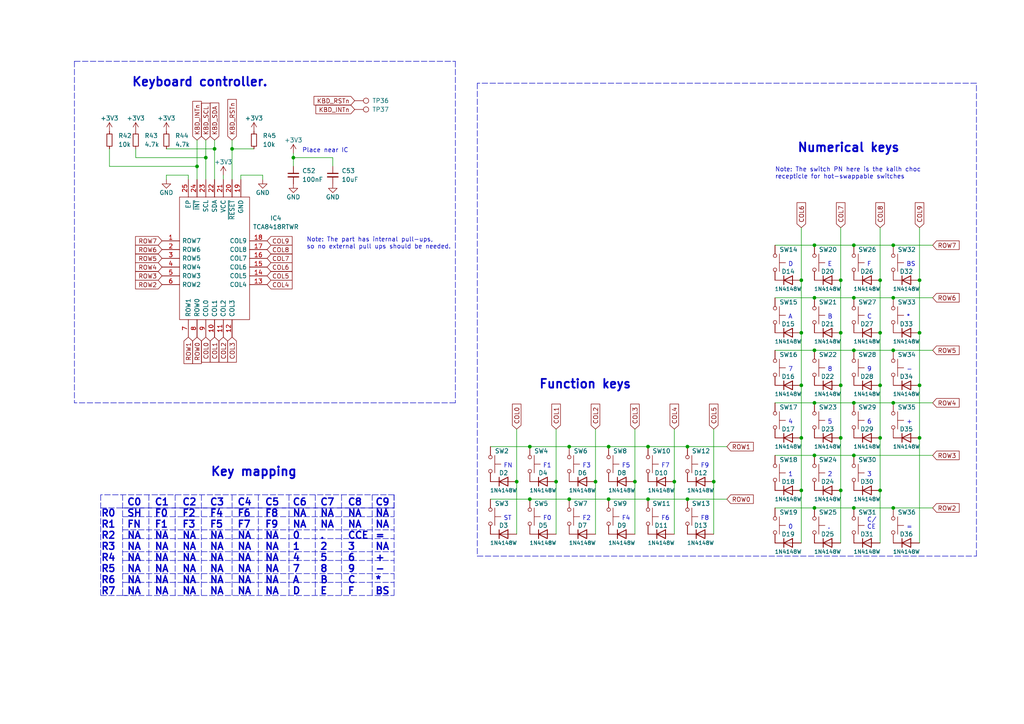
<source format=kicad_sch>
(kicad_sch (version 20211123) (generator eeschema)
  (paper "A4")
  (lib_symbols
    (symbol "Connector:TestPoint" (pin_numbers hide) (pin_names (offset 0.762) hide)
      (property "Reference" "TP" (at 0 6.858 0))
      (property "Value" "TestPoint" (at 0 5.08 0))
      (symbol "TestPoint_0_1"
        (circle (center 0 3.302) (radius 0.762))
      )
      (symbol "TestPoint_1_1"
        (pin passive line (at 0 0 90) (length 2.54) (name "1") (number "1"))
      )
    )
    (symbol "Device:C_Small" (pin_numbers hide) (pin_names (offset 0.254) hide)
      (property "Reference" "C" (at 0.254 1.778 0))
      (property "Value" "C_Small" (at 0.254 -2.032 0))
      (symbol "C_Small_0_1"
        (polyline (pts (xy -1.524 -0.508) (xy 1.524 -0.508)) (stroke (width 0.3302)))
        (polyline (pts (xy -1.524 0.508) (xy 1.524 0.508)) (stroke (width 0.3048)))
      )
      (symbol "C_Small_1_1"
        (pin passive line (at 0 2.54 270) (length 2.032) (name "~") (number "1"))
        (pin passive line (at 0 -2.54 90) (length 2.032) (name "~") (number "2"))
      )
    )
    (symbol "Device:R_Small" (pin_numbers hide) (pin_names (offset 0.254) hide)
      (property "Reference" "R" (at 0.762 0.508 0))
      (property "Value" "R_Small" (at 0.762 -1.016 0))
      (symbol "R_Small_0_1"
        (rectangle (start -0.762 1.778) (end 0.762 -1.778) (stroke (width 0.2032)))
      )
      (symbol "R_Small_1_1"
        (pin passive line (at 0 2.54 270) (length 0.762) (name "~") (number "1"))
        (pin passive line (at 0 -2.54 90) (length 0.762) (name "~") (number "2"))
      )
    )
    (symbol "Diode:1N4148W" (pin_numbers hide) (pin_names (offset 1.016) hide)
      (property "Reference" "D" (at 0 2.54 0))
      (property "Value" "1N4148W" (at 0 -2.54 0))
      (symbol "1N4148W_0_1"
        (polyline (pts (xy -1.27 1.27) (xy -1.27 -1.27)) (stroke (width 0.254)))
        (polyline (pts (xy 1.27 0) (xy -1.27 0)))
        (polyline (pts (xy 1.27 1.27) (xy 1.27 -1.27) (xy -1.27 0) (xy 1.27 1.27)) (stroke (width 0.254)))
      )
      (symbol "1N4148W_1_1"
        (pin passive line (at -3.81 0 0) (length 2.54) (name "K") (number "1"))
        (pin passive line (at 3.81 0 180) (length 2.54) (name "A") (number "2"))
      )
    )
    (symbol "SamacSys_Parts:TCA8418RTWR" (pin_names (offset 0.762))
      (property "Reference" "IC" (at 26.67 17.78 0))
      (property "Value" "TCA8418RTWR" (at 26.67 15.24 0))
      (symbol "TCA8418RTWR_0_0"
        (pin passive line (at 0 0 0) (length 5.08) (name "ROW7") (number "1"))
        (pin passive line (at 15.24 -27.94 90) (length 5.08) (name "COL1") (number "10"))
        (pin passive line (at 17.78 -27.94 90) (length 5.08) (name "COL2") (number "11"))
        (pin passive line (at 20.32 -27.94 90) (length 5.08) (name "COL3") (number "12"))
        (pin passive line (at 30.48 -12.7 180) (length 5.08) (name "COL4") (number "13"))
        (pin passive line (at 30.48 -10.16 180) (length 5.08) (name "COL5") (number "14"))
        (pin passive line (at 30.48 -7.62 180) (length 5.08) (name "COL6") (number "15"))
        (pin passive line (at 30.48 -5.08 180) (length 5.08) (name "COL7") (number "16"))
        (pin passive line (at 30.48 -2.54 180) (length 5.08) (name "COL8") (number "17"))
        (pin passive line (at 30.48 0 180) (length 5.08) (name "COL9") (number "18"))
        (pin passive line (at 22.86 17.78 270) (length 5.08) (name "GND") (number "19"))
        (pin passive line (at 0 -2.54 0) (length 5.08) (name "ROW6") (number "2"))
        (pin passive line (at 20.32 17.78 270) (length 5.08) (name "~{RESET}") (number "20"))
        (pin passive line (at 17.78 17.78 270) (length 5.08) (name "VCC") (number "21"))
        (pin passive line (at 15.24 17.78 270) (length 5.08) (name "SDA") (number "22"))
        (pin passive line (at 12.7 17.78 270) (length 5.08) (name "SCL") (number "23"))
        (pin passive line (at 10.16 17.78 270) (length 5.08) (name "~{INT}") (number "24"))
        (pin passive line (at 7.62 17.78 270) (length 5.08) (name "EP") (number "25"))
        (pin passive line (at 0 -5.08 0) (length 5.08) (name "ROW5") (number "3"))
        (pin passive line (at 0 -7.62 0) (length 5.08) (name "ROW4") (number "4"))
        (pin passive line (at 0 -10.16 0) (length 5.08) (name "ROW3") (number "5"))
        (pin passive line (at 0 -12.7 0) (length 5.08) (name "ROW2") (number "6"))
        (pin passive line (at 7.62 -27.94 90) (length 5.08) (name "ROW1") (number "7"))
        (pin passive line (at 10.16 -27.94 90) (length 5.08) (name "ROW0") (number "8"))
        (pin passive line (at 12.7 -27.94 90) (length 5.08) (name "COL0") (number "9"))
      )
      (symbol "TCA8418RTWR_0_1"
        (polyline (pts (xy 5.08 12.7) (xy 25.4 12.7) (xy 25.4 -22.86) (xy 5.08 -22.86) (xy 5.08 12.7)) (stroke (width 0.1524)))
      )
    )
    (symbol "Switch:SW_Push" (pin_numbers hide) (pin_names (offset 1.016) hide)
      (property "Reference" "SW" (at 1.27 2.54 0))
      (property "Value" "SW_Push" (at 0 -1.524 0))
      (symbol "SW_Push_0_1"
        (circle (center -2.032 0) (radius 0.508))
        (polyline (pts (xy 0 1.27) (xy 0 3.048)))
        (polyline (pts (xy 2.54 1.27) (xy -2.54 1.27)))
        (circle (center 2.032 0) (radius 0.508))
        (pin passive line (at -5.08 0 0) (length 2.54) (name "1") (number "1"))
        (pin passive line (at 5.08 0 180) (length 2.54) (name "2") (number "2"))
      )
    )
    (symbol "power:+3V3" (power) (pin_names (offset 0))
      (property "Value" "+3V3" (at 0 3.556 0))
      (symbol "+3V3_0_1"
        (polyline (pts (xy -0.762 1.27) (xy 0 2.54)))
        (polyline (pts (xy 0 0) (xy 0 2.54)))
        (polyline (pts (xy 0 2.54) (xy 0.762 1.27)))
      )
      (symbol "+3V3_1_1"
        (pin power_in line (at 0 0 90) (length 0) hide (name "+3V3") (number "1"))
      )
    )
    (symbol "power:GND" (power) (pin_names (offset 0))
      (property "Value" "GND" (at 0 -3.81 0))
      (symbol "GND_0_1"
        (polyline (pts (xy 0 0) (xy 0 -1.27) (xy 1.27 -1.27) (xy 0 -2.54) (xy -1.27 -1.27) (xy 0 -1.27)))
      )
      (symbol "GND_1_1"
        (pin power_in line (at 0 0 270) (length 0) hide (name "GND") (number "1"))
      )
    )
  )
  (junction (at 176.53 129.54))
  (junction (at 195.58 139.7))
  (junction (at 207.01 139.7))
  (junction (at 266.7 81.28))
  (junction (at 187.96 129.54))
  (junction (at 199.39 129.54))
  (junction (at 255.27 142.24))
  (junction (at 62.23 43.18))
  (junction (at 184.15 139.7))
  (junction (at 247.65 116.84))
  (junction (at 259.08 101.6))
  (junction (at 236.22 147.32))
  (junction (at 232.41 142.24))
  (junction (at 243.84 81.28))
  (junction (at 232.41 111.76))
  (junction (at 259.08 147.32))
  (junction (at 172.72 139.7))
  (junction (at 266.7 96.52))
  (junction (at 232.41 96.52))
  (junction (at 255.27 111.76))
  (junction (at 255.27 127))
  (junction (at 247.65 132.08))
  (junction (at 153.67 144.78))
  (junction (at 236.22 116.84))
  (junction (at 255.27 81.28))
  (junction (at 67.31 43.18))
  (junction (at 243.84 142.24))
  (junction (at 243.84 111.76))
  (junction (at 149.86 139.7))
  (junction (at 199.39 144.78))
  (junction (at 266.7 111.76))
  (junction (at 255.27 96.52))
  (junction (at 165.1 129.54))
  (junction (at 259.08 116.84))
  (junction (at 259.08 71.12))
  (junction (at 176.53 144.78))
  (junction (at 165.1 144.78))
  (junction (at 236.22 101.6))
  (junction (at 247.65 86.36))
  (junction (at 57.15 48.26))
  (junction (at 236.22 86.36))
  (junction (at 247.65 71.12))
  (junction (at 232.41 127))
  (junction (at 247.65 101.6))
  (junction (at 266.7 127))
  (junction (at 85.09 45.72))
  (junction (at 161.29 139.7))
  (junction (at 243.84 127))
  (junction (at 236.22 132.08))
  (junction (at 187.96 144.78))
  (junction (at 243.84 96.52))
  (junction (at 232.41 81.28))
  (junction (at 236.22 71.12))
  (junction (at 153.67 129.54))
  (junction (at 259.08 86.36))
  (junction (at 247.65 147.32))
  (junction (at 59.69 45.72))
  (wire (pts (xy 195.58 124.46) (xy 195.58 139.7)))
  (wire (pts (xy 149.86 139.7) (xy 149.86 154.94)))
  (wire (pts (xy 48.26 52.07) (xy 48.26 50.8)))
  (wire (pts (xy 232.41 81.28) (xy 232.41 96.52)))
  (wire (pts (xy 59.69 45.72) (xy 39.37 45.72)))
  (wire (pts (xy 255.27 142.24) (xy 255.27 157.48)))
  (polyline (pts (xy 132.08 17.78) (xy 132.08 116.84)))
  (wire (pts (xy 62.23 52.07) (xy 62.23 43.18)))
  (wire (pts (xy 142.24 144.78) (xy 153.67 144.78)))
  (wire (pts (xy 48.26 50.8) (xy 54.61 50.8)))
  (polyline (pts (xy 43.18 143.51) (xy 43.18 172.72)))
  (wire (pts (xy 76.2 52.07) (xy 76.2 50.8)))
  (polyline (pts (xy 35.56 149.86) (xy 114.3 149.86)))
  (wire (pts (xy 232.41 96.52) (xy 232.41 111.76)))
  (wire (pts (xy 59.69 40.64) (xy 59.69 45.72)))
  (wire (pts (xy 153.67 144.78) (xy 165.1 144.78)))
  (polyline (pts (xy 74.93 143.51) (xy 74.93 172.72)))
  (polyline (pts (xy 67.31 143.51) (xy 67.31 172.72)))
  (wire (pts (xy 199.39 129.54) (xy 210.82 129.54)))
  (polyline (pts (xy 107.95 143.51) (xy 107.95 172.72)))
  (wire (pts (xy 69.85 52.07) (xy 69.85 50.8)))
  (polyline (pts (xy 91.44 143.51) (xy 91.44 172.72)))
  (polyline (pts (xy 99.06 143.51) (xy 99.06 172.72)))
  (polyline (pts (xy 114.3 147.32) (xy 114.3 143.51)))
  (wire (pts (xy 243.84 66.04) (xy 243.84 81.28)))
  (wire (pts (xy 243.84 96.52) (xy 243.84 111.76)))
  (wire (pts (xy 187.96 144.78) (xy 199.39 144.78)))
  (wire (pts (xy 266.7 66.04) (xy 266.7 81.28)))
  (wire (pts (xy 236.22 132.08) (xy 247.65 132.08)))
  (wire (pts (xy 266.7 81.28) (xy 266.7 96.52)))
  (wire (pts (xy 165.1 129.54) (xy 176.53 129.54)))
  (polyline (pts (xy 283.21 24.13) (xy 138.43 24.13)))
  (wire (pts (xy 247.65 101.6) (xy 259.08 101.6)))
  (wire (pts (xy 142.24 129.54) (xy 153.67 129.54)))
  (wire (pts (xy 172.72 124.46) (xy 172.72 139.7)))
  (wire (pts (xy 266.7 96.52) (xy 266.7 111.76)))
  (wire (pts (xy 266.7 127) (xy 266.7 157.48)))
  (wire (pts (xy 149.86 124.46) (xy 149.86 139.7)))
  (wire (pts (xy 247.65 132.08) (xy 270.51 132.08)))
  (wire (pts (xy 176.53 144.78) (xy 187.96 144.78)))
  (wire (pts (xy 247.65 86.36) (xy 259.08 86.36)))
  (wire (pts (xy 67.31 52.07) (xy 67.31 43.18)))
  (wire (pts (xy 207.01 124.46) (xy 207.01 139.7)))
  (wire (pts (xy 247.65 71.12) (xy 259.08 71.12)))
  (polyline (pts (xy 35.56 168.91) (xy 114.3 168.91)))
  (polyline (pts (xy 114.3 143.51) (xy 114.3 172.72)))
  (polyline (pts (xy 29.21 143.51) (xy 29.21 172.72)))
  (wire (pts (xy 259.08 116.84) (xy 270.51 116.84)))
  (polyline (pts (xy 35.56 153.67) (xy 114.3 153.67)))
  (wire (pts (xy 247.65 116.84) (xy 259.08 116.84)))
  (wire (pts (xy 255.27 81.28) (xy 255.27 96.52)))
  (wire (pts (xy 236.22 147.32) (xy 247.65 147.32)))
  (wire (pts (xy 195.58 139.7) (xy 195.58 154.94)))
  (wire (pts (xy 224.79 101.6) (xy 236.22 101.6)))
  (wire (pts (xy 67.31 43.18) (xy 73.66 43.18)))
  (wire (pts (xy 64.77 50.8) (xy 64.77 52.07)))
  (wire (pts (xy 224.79 147.32) (xy 236.22 147.32)))
  (polyline (pts (xy 29.21 172.72) (xy 36.83 172.72)))
  (wire (pts (xy 259.08 147.32) (xy 270.51 147.32)))
  (polyline (pts (xy 83.82 143.51) (xy 83.82 172.72)))
  (wire (pts (xy 236.22 71.12) (xy 247.65 71.12)))
  (wire (pts (xy 224.79 86.36) (xy 236.22 86.36)))
  (wire (pts (xy 39.37 45.72) (xy 39.37 43.18)))
  (wire (pts (xy 85.09 44.45) (xy 85.09 45.72)))
  (wire (pts (xy 161.29 124.46) (xy 161.29 139.7)))
  (wire (pts (xy 176.53 129.54) (xy 187.96 129.54)))
  (wire (pts (xy 165.1 144.78) (xy 176.53 144.78)))
  (wire (pts (xy 232.41 142.24) (xy 232.41 157.48)))
  (wire (pts (xy 153.67 129.54) (xy 165.1 129.54)))
  (wire (pts (xy 224.79 71.12) (xy 236.22 71.12)))
  (wire (pts (xy 232.41 127) (xy 232.41 142.24)))
  (wire (pts (xy 96.52 48.26) (xy 96.52 45.72)))
  (wire (pts (xy 243.84 142.24) (xy 243.84 157.48)))
  (polyline (pts (xy 35.56 156.21) (xy 114.3 156.21)))
  (polyline (pts (xy 21.59 17.78) (xy 21.59 116.84)))
  (wire (pts (xy 259.08 86.36) (xy 270.51 86.36)))
  (polyline (pts (xy 29.21 147.32) (xy 114.3 147.32)))
  (wire (pts (xy 236.22 116.84) (xy 247.65 116.84)))
  (wire (pts (xy 243.84 81.28) (xy 243.84 96.52)))
  (wire (pts (xy 247.65 147.32) (xy 259.08 147.32)))
  (wire (pts (xy 62.23 40.64) (xy 62.23 43.18)))
  (polyline (pts (xy 58.42 143.51) (xy 58.42 172.72)))
  (wire (pts (xy 161.29 139.7) (xy 161.29 154.94)))
  (wire (pts (xy 243.84 127) (xy 243.84 142.24)))
  (wire (pts (xy 57.15 40.64) (xy 57.15 48.26)))
  (wire (pts (xy 172.72 139.7) (xy 172.72 154.94)))
  (wire (pts (xy 224.79 116.84) (xy 236.22 116.84)))
  (wire (pts (xy 255.27 111.76) (xy 255.27 127)))
  (polyline (pts (xy 35.56 147.32) (xy 114.3 147.32)))
  (wire (pts (xy 184.15 124.46) (xy 184.15 139.7)))
  (wire (pts (xy 31.75 48.26) (xy 31.75 43.18)))
  (wire (pts (xy 224.79 132.08) (xy 236.22 132.08)))
  (wire (pts (xy 236.22 86.36) (xy 247.65 86.36)))
  (wire (pts (xy 184.15 139.7) (xy 184.15 154.94)))
  (wire (pts (xy 232.41 111.76) (xy 232.41 127)))
  (wire (pts (xy 207.01 139.7) (xy 207.01 154.94)))
  (polyline (pts (xy 114.3 143.51) (xy 29.21 143.51)))
  (wire (pts (xy 59.69 52.07) (xy 59.69 45.72)))
  (wire (pts (xy 85.09 45.72) (xy 96.52 45.72)))
  (polyline (pts (xy 138.43 24.13) (xy 138.43 161.29)))
  (polyline (pts (xy 21.59 17.78) (xy 132.08 17.78)))
  (wire (pts (xy 57.15 52.07) (xy 57.15 48.26)))
  (wire (pts (xy 76.2 50.8) (xy 69.85 50.8)))
  (polyline (pts (xy 50.8 143.51) (xy 50.8 172.72)))
  (polyline (pts (xy 132.08 116.84) (xy 21.59 116.84)))
  (wire (pts (xy 62.23 43.18) (xy 48.26 43.18)))
  (polyline (pts (xy 35.56 143.51) (xy 35.56 172.72)))
  (wire (pts (xy 259.08 101.6) (xy 270.51 101.6)))
  (polyline (pts (xy 138.43 161.29) (xy 283.21 161.29)))
  (wire (pts (xy 236.22 101.6) (xy 247.65 101.6)))
  (wire (pts (xy 255.27 127) (xy 255.27 142.24)))
  (wire (pts (xy 255.27 66.04) (xy 255.27 81.28)))
  (polyline (pts (xy 35.56 166.37) (xy 114.3 166.37)))
  (wire (pts (xy 243.84 111.76) (xy 243.84 127)))
  (wire (pts (xy 266.7 111.76) (xy 266.7 127)))
  (wire (pts (xy 54.61 50.8) (xy 54.61 52.07)))
  (wire (pts (xy 67.31 40.64) (xy 67.31 43.18)))
  (wire (pts (xy 255.27 96.52) (xy 255.27 111.76)))
  (wire (pts (xy 187.96 129.54) (xy 199.39 129.54)))
  (polyline (pts (xy 283.21 161.29) (xy 283.21 24.13)))
  (wire (pts (xy 199.39 144.78) (xy 210.82 144.78)))
  (wire (pts (xy 232.41 66.04) (xy 232.41 81.28)))
  (polyline (pts (xy 35.56 160.02) (xy 114.3 160.02)))
  (polyline (pts (xy 35.56 162.56) (xy 114.3 162.56)))
  (wire (pts (xy 85.09 45.72) (xy 85.09 48.26)))
  (wire (pts (xy 57.15 48.26) (xy 31.75 48.26)))
  (polyline (pts (xy 35.56 172.72) (xy 114.3 172.72)))
  (wire (pts (xy 259.08 71.12) (xy 270.51 71.12)))
  (text "6" (at 251.46 123.19 0) (effects (font (size 1.27 1.27)) (justify left bottom)))
  (text "F8" (at 203.2 151.13 0) (effects (font (size 1.27 1.27)) (justify left bottom)))
  (text "F6" (at 191.77 151.13 0) (effects (font (size 1.27 1.27)) (justify left bottom)))
  (text "3" (at 251.46 138.43 0) (effects (font (size 1.27 1.27)) (justify left bottom)))
  (text "Note: The part has internal pull-ups, \nso no external pull ups should be needed." (at 88.9 72.39 0) (effects (font (size 1.27 1.27)) (justify left bottom)))
  (text "=" (at 262.89 153.67 0) (effects (font (size 1.27 1.27)) (justify left bottom)))
  (text "	C0	C1	C2	C3	C4	C5	C6	C7	C8	C9\nR0	SH	F0	F2	F4	F6	F8	NA	NA	NA	NA\nR1	FN	F1	F3	F5	F7	F9	NA	NA	NA	NA\nR2	NA	NA	NA	NA	NA	NA	0	.	CCE	=\nR3	NA	NA	NA	NA	NA	NA	1	2	3	NA\nR4	NA	NA	NA	NA	NA	NA	4	5	6	+\nR5	NA	NA	NA	NA	NA	NA	7	8	9	-\nR6	NA	NA	NA	NA	NA	NA	A	B	C	*\nR7	NA	NA	NA	NA	NA	NA	D	E	F	BS\n" (at 29.21 172.72 0) (effects (font (size 2 2) (thickness 0.4) bold) (justify left bottom)))
  (text "C" (at 251.46 92.71 0) (effects (font (size 1.27 1.27)) (justify left bottom)))
  (text "*" (at 262.89 92.71 0) (effects (font (size 1.27 1.27)) (justify left bottom)))
  (text "4" (at 228.6 123.19 0) (effects (font (size 1.27 1.27)) (justify left bottom)))
  (text "Numerical keys" (at 231.14 44.45 0) (effects (font (size 2.54 2.54) (thickness 0.508) bold) (justify left bottom)))
  (text "Key mapping" (at 60.96 138.43 0) (effects (font (size 2.54 2.54) bold) (justify left bottom)))
  (text "+" (at 262.89 123.19 0) (effects (font (size 1.27 1.27)) (justify left bottom)))
  (text "F5" (at 180.34 135.89 0) (effects (font (size 1.27 1.27)) (justify left bottom)))
  (text "F4" (at 180.34 151.13 0) (effects (font (size 1.27 1.27)) (justify left bottom)))
  (text "ST" (at 146.05 151.13 0) (effects (font (size 1.27 1.27)) (justify left bottom)))
  (text "1" (at 228.6 138.43 0) (effects (font (size 1.27 1.27)) (justify left bottom)))
  (text "7" (at 228.6 107.95 0) (effects (font (size 1.27 1.27)) (justify left bottom)))
  (text "F0" (at 157.48 151.13 0) (effects (font (size 1.27 1.27)) (justify left bottom)))
  (text "Keyboard controller. " (at 38.1 25.4 0) (effects (font (size 2.54 2.54) (thickness 0.508) bold) (justify left bottom)))
  (text "F9" (at 203.2 135.89 0) (effects (font (size 1.27 1.27)) (justify left bottom)))
  (text "-" (at 262.89 107.95 0) (effects (font (size 1.27 1.27)) (justify left bottom)))
  (text "8" (at 240.03 107.95 0) (effects (font (size 1.27 1.27)) (justify left bottom)))
  (text "." (at 240.03 153.67 0) (effects (font (size 1.27 1.27)) (justify left bottom)))
  (text "A" (at 228.6 92.71 0) (effects (font (size 1.27 1.27)) (justify left bottom)))
  (text "C/\nCE" (at 251.46 153.67 0) (effects (font (size 1.27 1.27)) (justify left bottom)))
  (text "E" (at 240.03 77.47 0) (effects (font (size 1.27 1.27)) (justify left bottom)))
  (text "BS" (at 262.89 77.47 0) (effects (font (size 1.27 1.27)) (justify left bottom)))
  (text "D" (at 228.6 77.47 0) (effects (font (size 1.27 1.27)) (justify left bottom)))
  (text "F1" (at 157.48 135.89 0) (effects (font (size 1.27 1.27)) (justify left bottom)))
  (text "FN" (at 146.05 135.89 0) (effects (font (size 1.27 1.27)) (justify left bottom)))
  (text "9" (at 251.46 107.95 0) (effects (font (size 1.27 1.27)) (justify left bottom)))
  (text "F7" (at 191.77 135.89 0) (effects (font (size 1.27 1.27)) (justify left bottom)))
  (text "B" (at 240.03 92.71 0) (effects (font (size 1.27 1.27)) (justify left bottom)))
  (text "F2" (at 168.91 151.13 0) (effects (font (size 1.27 1.27)) (justify left bottom)))
  (text "Place near IC" (at 87.63 44.45 0) (effects (font (size 1.27 1.27)) (justify left bottom)))
  (text "0" (at 228.6 153.67 0) (effects (font (size 1.27 1.27)) (justify left bottom)))
  (text "F" (at 251.46 77.47 0) (effects (font (size 1.27 1.27)) (justify left bottom)))
  (text "F3" (at 168.91 135.89 0) (effects (font (size 1.27 1.27)) (justify left bottom)))
  (text "2" (at 240.03 138.43 0) (effects (font (size 1.27 1.27)) (justify left bottom)))
  (text "Note: The switch PN here is the kailh choc\nrecepticle for hot-swappable switches" (at 224.79 52.07 0) (effects (font (size 1.27 1.27)) (justify left bottom)))
  (text "Function keys" (at 156.21 113.03 0) (effects (font (size 2.54 2.54) (thickness 0.508) bold) (justify left bottom)))
  (text "5" (at 240.03 123.19 0) (effects (font (size 1.27 1.27)) (justify left bottom)))
  (global_label "ROW0" (shape input) (at 210.82 144.78 0) (property "Intersheet References" "${INTERSHEET_REFS}" (effects hide)))
  (global_label "COL4" (shape input) (at 195.58 124.46 90) (property "Intersheet References" "${INTERSHEET_REFS}" (effects hide)))
  (global_label "ROW6" (shape input) (at 46.99 72.39 180) (property "Intersheet References" "${INTERSHEET_REFS}" (effects hide)))
  (global_label "COL7" (shape input) (at 77.47 74.93 0) (property "Intersheet References" "${INTERSHEET_REFS}" (effects hide)))
  (global_label "COL6" (shape input) (at 77.47 77.47 0) (property "Intersheet References" "${INTERSHEET_REFS}" (effects hide)))
  (global_label "KBD_SCL" (shape input) (at 59.69 40.64 90) (property "Intersheet References" "${INTERSHEET_REFS}" (effects hide)))
  (global_label "COL9" (shape input) (at 77.47 69.85 0) (property "Intersheet References" "${INTERSHEET_REFS}" (effects hide)))
  (global_label "COL5" (shape input) (at 77.47 80.01 0) (property "Intersheet References" "${INTERSHEET_REFS}" (effects hide)))
  (global_label "ROW1" (shape input) (at 54.61 97.79 270) (property "Intersheet References" "${INTERSHEET_REFS}" (effects hide)))
  (global_label "ROW7" (shape input) (at 270.51 71.12 0) (property "Intersheet References" "${INTERSHEET_REFS}" (effects hide)))
  (global_label "COL4" (shape input) (at 77.47 82.55 0) (property "Intersheet References" "${INTERSHEET_REFS}" (effects hide)))
  (global_label "ROW0" (shape input) (at 57.15 97.79 270) (property "Intersheet References" "${INTERSHEET_REFS}" (effects hide)))
  (global_label "COL2" (shape input) (at 64.77 97.79 270) (property "Intersheet References" "${INTERSHEET_REFS}" (effects hide)))
  (global_label "COL0" (shape input) (at 149.86 124.46 90) (property "Intersheet References" "${INTERSHEET_REFS}" (effects hide)))
  (global_label "COL9" (shape input) (at 266.7 66.04 90) (property "Intersheet References" "${INTERSHEET_REFS}" (effects hide)))
  (global_label "COL7" (shape input) (at 243.84 66.04 90) (property "Intersheet References" "${INTERSHEET_REFS}" (effects hide)))
  (global_label "ROW6" (shape input) (at 270.51 86.36 0) (property "Intersheet References" "${INTERSHEET_REFS}" (effects hide)))
  (global_label "KBD_SDA" (shape input) (at 62.23 40.64 90) (property "Intersheet References" "${INTERSHEET_REFS}" (effects hide)))
  (global_label "COL3" (shape input) (at 67.31 97.79 270) (property "Intersheet References" "${INTERSHEET_REFS}" (effects hide)))
  (global_label "COL5" (shape input) (at 207.01 124.46 90) (property "Intersheet References" "${INTERSHEET_REFS}" (effects hide)))
  (global_label "COL3" (shape input) (at 184.15 124.46 90) (property "Intersheet References" "${INTERSHEET_REFS}" (effects hide)))
  (global_label "KBD_RSTn" (shape input) (at 102.87 29.21 180) (property "Intersheet References" "${INTERSHEET_REFS}" (effects hide)))
  (global_label "COL8" (shape input) (at 77.47 72.39 0) (property "Intersheet References" "${INTERSHEET_REFS}" (effects hide)))
  (global_label "ROW5" (shape input) (at 270.51 101.6 0) (property "Intersheet References" "${INTERSHEET_REFS}" (effects hide)))
  (global_label "COL2" (shape input) (at 172.72 124.46 90) (property "Intersheet References" "${INTERSHEET_REFS}" (effects hide)))
  (global_label "COL1" (shape input) (at 62.23 97.79 270) (property "Intersheet References" "${INTERSHEET_REFS}" (effects hide)))
  (global_label "COL0" (shape input) (at 59.69 97.79 270) (property "Intersheet References" "${INTERSHEET_REFS}" (effects hide)))
  (global_label "ROW7" (shape input) (at 46.99 69.85 180) (property "Intersheet References" "${INTERSHEET_REFS}" (effects hide)))
  (global_label "KBD_INTn" (shape input) (at 102.87 31.75 180) (property "Intersheet References" "${INTERSHEET_REFS}" (effects hide)))
  (global_label "ROW5" (shape input) (at 46.99 74.93 180) (property "Intersheet References" "${INTERSHEET_REFS}" (effects hide)))
  (global_label "ROW3" (shape input) (at 270.51 132.08 0) (property "Intersheet References" "${INTERSHEET_REFS}" (effects hide)))
  (global_label "COL1" (shape input) (at 161.29 124.46 90) (property "Intersheet References" "${INTERSHEET_REFS}" (effects hide)))
  (global_label "ROW1" (shape input) (at 210.82 129.54 0) (property "Intersheet References" "${INTERSHEET_REFS}" (effects hide)))
  (global_label "KBD_INTn" (shape input) (at 57.15 40.64 90) (property "Intersheet References" "${INTERSHEET_REFS}" (effects hide)))
  (global_label "ROW4" (shape input) (at 46.99 77.47 180) (property "Intersheet References" "${INTERSHEET_REFS}" (effects hide)))
  (global_label "ROW3" (shape input) (at 46.99 80.01 180) (property "Intersheet References" "${INTERSHEET_REFS}" (effects hide)))
  (global_label "KBD_RSTn" (shape input) (at 67.31 40.64 90) (property "Intersheet References" "${INTERSHEET_REFS}" (effects hide)))
  (global_label "ROW2" (shape input) (at 270.51 147.32 0) (property "Intersheet References" "${INTERSHEET_REFS}" (effects hide)))
  (global_label "COL6" (shape input) (at 232.41 66.04 90) (property "Intersheet References" "${INTERSHEET_REFS}" (effects hide)))
  (global_label "ROW4" (shape input) (at 270.51 116.84 0) (property "Intersheet References" "${INTERSHEET_REFS}" (effects hide)))
  (global_label "COL8" (shape input) (at 255.27 66.04 90) (property "Intersheet References" "${INTERSHEET_REFS}" (effects hide)))
  (global_label "ROW2" (shape input) (at 46.99 82.55 180) (property "Intersheet References" "${INTERSHEET_REFS}" (effects hide)))
  (symbol (lib_id "Connector:TestPoint") (at 102.87 31.75 270) (unit 1)
    (property "Reference" "TP37" (at 107.95 31.75 90) (effects (justify left)))
    (property "Value" "TestPoint" (effects hide))
    (property "Footprint" "TestPoint:TestPoint_Pad_D1.5mm" (effects hide))
  )
  (symbol (lib_id "Diode:1N4148W") (at 240.03 111.76 0) (unit 1)
    (property "Reference" "D22" (at 240.03 109.22 0))
    (property "Value" "1N4148W" (at 240.03 114.3 0) (effects (font (size 1.1 1.1))))
    (property "Footprint" "Diode_SMD:D_SOD-123" (effects hide))
    (property "Datasheet" "https://www.vishay.com/docs/85748/1n4148w.pdf" (effects hide))
    (property "LCSC" "C81598" (effects hide))
  )
  (symbol (lib_id "Diode:1N4148W") (at 228.6 127 0) (unit 1)
    (property "Reference" "D17" (at 228.6 124.46 0))
    (property "Value" "1N4148W" (at 228.6 129.54 0) (effects (font (size 1.1 1.1))))
    (property "Footprint" "Diode_SMD:D_SOD-123" (effects hide))
    (property "Datasheet" "https://www.vishay.com/docs/85748/1n4148w.pdf" (effects hide))
    (property "LCSC" "C81598" (effects hide))
  )
  (symbol (lib_id "Switch:SW_Push") (at 224.79 76.2 270) (unit 1)
    (property "Reference" "SW14" (at 226.06 72.39 90) (effects (justify left)))
    (property "Value" "SW_Push" (effects hide))
    (property "Footprint" "kailh_choc_keys:Kailh_socket_PG1350" (effects hide))
    (property "LCSC" "C5333465" (effects hide))
  )
  (symbol (lib_id "power:+3V3") (at 64.77 50.8 0) (unit 1)
    (property "Reference" "#PWR0194" (effects hide))
    (property "Value" "+3V3" (at 64.77 46.99 0))
  )
  (symbol (lib_id "SamacSys_Parts:TCA8418RTWR") (at 46.99 69.85 0) (unit 1)
    (property "Reference" "IC4" (at 80.01 63.2712 0))
    (property "Value" "TCA8418RTWR" (at 80.01 65.8112 0))
    (property "Footprint" "SamacSys_Parts:QFN50P400X400X80-25N" (effects hide))
    (property "Datasheet" "http://componentsearchengine.com/Datasheets/3/TCA8418RTWR.pdf" (effects hide))
    (property "Description" "I2C Controlled Keypad Scan IC With Integrated ESD Protection" (effects hide))
    (property "Height" "0.8" (effects hide))
    (property "Mouser Part Number" "595-TCA8418RTWR" (effects hide))
    (property "Mouser Price/Stock" "https://www.mouser.co.uk/ProductDetail/Texas-Instruments/TCA8418RTWR?qs=OaSNdy%2FNfznRf6fiHyMJcA%3D%3D" (effects hide))
    (property "Manufacturer_Name" "Texas Instruments" (effects hide))
    (property "Manufacturer_Part_Number" "TCA8418RTWR" (effects hide))
    (property "LCSC" "C138713" (effects hide))
  )
  (symbol (lib_id "Diode:1N4148W") (at 262.89 96.52 0) (unit 1)
    (property "Reference" "D33" (at 262.89 93.98 0))
    (property "Value" "1N4148W" (at 262.89 99.06 0) (effects (font (size 1.1 1.1))))
    (property "Footprint" "Diode_SMD:D_SOD-123" (effects hide))
    (property "Datasheet" "https://www.vishay.com/docs/85748/1n4148w.pdf" (effects hide))
    (property "LCSC" "C81598" (effects hide))
  )
  (symbol (lib_id "Diode:1N4148W") (at 262.89 81.28 0) (unit 1)
    (property "Reference" "D32" (at 262.89 78.74 0))
    (property "Value" "1N4148W" (at 262.89 83.82 0) (effects (font (size 1.1 1.1))))
    (property "Footprint" "Diode_SMD:D_SOD-123" (effects hide))
    (property "Datasheet" "https://www.vishay.com/docs/85748/1n4148w.pdf" (effects hide))
    (property "LCSC" "C81598" (effects hide))
  )
  (symbol (lib_id "Diode:1N4148W") (at 228.6 96.52 0) (unit 1)
    (property "Reference" "D15" (at 228.6 93.98 0))
    (property "Value" "1N4148W" (at 228.6 99.06 0) (effects (font (size 1.1 1.1))))
    (property "Footprint" "Diode_SMD:D_SOD-123" (effects hide))
    (property "Datasheet" "https://www.vishay.com/docs/85748/1n4148w.pdf" (effects hide))
    (property "LCSC" "C81598" (effects hide))
  )
  (symbol (lib_id "Switch:SW_Push") (at 259.08 76.2 270) (unit 1)
    (property "Reference" "SW32" (at 260.35 72.39 90) (effects (justify left)))
    (property "Value" "SW_Push" (effects hide))
    (property "Footprint" "kailh_choc_keys:Kailh_socket_PG1350" (effects hide))
    (property "LCSC" "C5333465" (effects hide))
  )
  (symbol (lib_id "Switch:SW_Push") (at 236.22 91.44 270) (unit 1)
    (property "Reference" "SW21" (at 237.49 87.63 90) (effects (justify left)))
    (property "Value" "SW_Push" (effects hide))
    (property "Footprint" "kailh_choc_keys:Kailh_socket_PG1350" (effects hide))
    (property "LCSC" "C5333465" (effects hide))
  )
  (symbol (lib_id "Device:C_Small") (at 85.09 50.8 0) (unit 1)
    (property "Reference" "C52" (at 87.63 49.5362 0) (effects (justify left)))
    (property "Value" "100nF" (at 87.63 52.0762 0) (effects (justify left)))
    (property "Footprint" "Capacitor_SMD:C_0402_1005Metric" (effects hide))
    (property "LCSC" "C1525" (effects hide))
  )
  (symbol (lib_id "Switch:SW_Push") (at 236.22 121.92 270) (unit 1)
    (property "Reference" "SW23" (at 237.49 118.11 90) (effects (justify left)))
    (property "Value" "SW_Push" (effects hide))
    (property "Footprint" "kailh_choc_keys:Kailh_socket_PG1350" (effects hide))
    (property "LCSC" "C5333465" (effects hide))
  )
  (symbol (lib_id "Switch:SW_Push") (at 187.96 149.86 270) (unit 1)
    (property "Reference" "SW11" (at 189.23 146.05 90) (effects (justify left)))
    (property "Value" "SW_Push" (effects hide))
    (property "Footprint" "kailh_choc_keys:Kailh_socket_PG1350" (effects hide))
    (property "LCSC" "C5333465" (effects hide))
  )
  (symbol (lib_id "Switch:SW_Push") (at 247.65 106.68 270) (unit 1)
    (property "Reference" "SW28" (at 248.92 102.87 90) (effects (justify left)))
    (property "Value" "SW_Push" (effects hide))
    (property "Footprint" "kailh_choc_keys:Kailh_socket_PG1350" (effects hide))
    (property "LCSC" "C5333465" (effects hide))
  )
  (symbol (lib_id "Device:R_Small") (at 48.26 40.64 180) (unit 1)
    (property "Reference" "R44" (at 50.8 39.3699 0) (effects (justify right)))
    (property "Value" "4.7k" (at 50.8 41.9099 0) (effects (justify right)))
    (property "Footprint" "Resistor_SMD:R_0402_1005Metric" (effects hide))
    (property "LCSC" "C100572" (effects hide))
  )
  (symbol (lib_id "Diode:1N4148W") (at 228.6 111.76 0) (unit 1)
    (property "Reference" "D16" (at 228.6 109.22 0))
    (property "Value" "1N4148W" (at 228.6 114.3 0) (effects (font (size 1.1 1.1))))
    (property "Footprint" "Diode_SMD:D_SOD-123" (effects hide))
    (property "Datasheet" "https://www.vishay.com/docs/85748/1n4148w.pdf" (effects hide))
    (property "LCSC" "C81598" (effects hide))
  )
  (symbol (lib_id "Diode:1N4148W") (at 168.91 154.94 0) (unit 1)
    (property "Reference" "D7" (at 168.91 152.4 0))
    (property "Value" "1N4148W" (at 168.91 157.48 0) (effects (font (size 1.1 1.1))))
    (property "Footprint" "Diode_SMD:D_SOD-123" (effects hide))
    (property "Datasheet" "https://www.vishay.com/docs/85748/1n4148w.pdf" (effects hide))
    (property "LCSC" "C81598" (effects hide))
  )
  (symbol (lib_id "Switch:SW_Push") (at 247.65 137.16 270) (unit 1)
    (property "Reference" "SW30" (at 248.92 133.35 90) (effects (justify left)))
    (property "Value" "SW_Push" (effects hide))
    (property "Footprint" "kailh_choc_keys:Kailh_socket_PG1350" (effects hide))
    (property "LCSC" "C5333465" (effects hide))
  )
  (symbol (lib_id "Switch:SW_Push") (at 259.08 106.68 270) (unit 1)
    (property "Reference" "SW34" (at 260.35 102.87 90) (effects (justify left)))
    (property "Value" "SW_Push" (effects hide))
    (property "Footprint" "kailh_choc_keys:Kailh_socket_PG1350" (effects hide))
    (property "LCSC" "C5333465" (effects hide))
  )
  (symbol (lib_id "Switch:SW_Push") (at 199.39 134.62 270) (unit 1)
    (property "Reference" "SW12" (at 200.66 130.81 90) (effects (justify left)))
    (property "Value" "SW_Push" (effects hide))
    (property "Footprint" "kailh_choc_keys:Kailh_socket_PG1350" (effects hide))
    (property "LCSC" "C5333465" (effects hide))
  )
  (symbol (lib_id "Diode:1N4148W") (at 146.05 139.7 0) (unit 1)
    (property "Reference" "D2" (at 146.05 137.16 0))
    (property "Value" "1N4148W" (at 146.05 142.24 0) (effects (font (size 1.1 1.1))))
    (property "Footprint" "Diode_SMD:D_SOD-123" (effects hide))
    (property "Datasheet" "https://www.vishay.com/docs/85748/1n4148w.pdf" (effects hide))
    (property "LCSC" "C81598" (effects hide))
  )
  (symbol (lib_id "Switch:SW_Push") (at 187.96 134.62 270) (unit 1)
    (property "Reference" "SW10" (at 189.23 130.81 90) (effects (justify left)))
    (property "Value" "SW_Push" (effects hide))
    (property "Footprint" "kailh_choc_keys:Kailh_socket_PG1350" (effects hide))
    (property "LCSC" "C5333465" (effects hide))
  )
  (symbol (lib_id "Diode:1N4148W") (at 228.6 142.24 0) (unit 1)
    (property "Reference" "D18" (at 228.6 139.7 0))
    (property "Value" "1N4148W" (at 228.6 144.78 0) (effects (font (size 1.1 1.1))))
    (property "Footprint" "Diode_SMD:D_SOD-123" (effects hide))
    (property "Datasheet" "https://www.vishay.com/docs/85748/1n4148w.pdf" (effects hide))
    (property "LCSC" "C81598" (effects hide))
  )
  (symbol (lib_id "Diode:1N4148W") (at 251.46 127 0) (unit 1)
    (property "Reference" "D29" (at 251.46 124.46 0))
    (property "Value" "1N4148W" (at 251.46 129.54 0) (effects (font (size 1.1 1.1))))
    (property "Footprint" "Diode_SMD:D_SOD-123" (effects hide))
    (property "Datasheet" "https://www.vishay.com/docs/85748/1n4148w.pdf" (effects hide))
    (property "LCSC" "C81598" (effects hide))
  )
  (symbol (lib_id "Diode:1N4148W") (at 262.89 111.76 0) (unit 1)
    (property "Reference" "D34" (at 262.89 109.22 0))
    (property "Value" "1N4148W" (at 262.89 114.3 0) (effects (font (size 1.1 1.1))))
    (property "Footprint" "Diode_SMD:D_SOD-123" (effects hide))
    (property "Datasheet" "https://www.vishay.com/docs/85748/1n4148w.pdf" (effects hide))
    (property "LCSC" "C81598" (effects hide))
  )
  (symbol (lib_id "Diode:1N4148W") (at 157.48 154.94 0) (unit 1)
    (property "Reference" "D5" (at 157.48 152.4 0))
    (property "Value" "1N4148W" (at 157.48 157.48 0) (effects (font (size 1.1 1.1))))
    (property "Footprint" "Diode_SMD:D_SOD-123" (effects hide))
    (property "Datasheet" "https://www.vishay.com/docs/85748/1n4148w.pdf" (effects hide))
    (property "LCSC" "C81598" (effects hide))
  )
  (symbol (lib_id "Diode:1N4148W") (at 240.03 142.24 0) (unit 1)
    (property "Reference" "D24" (at 240.03 139.7 0))
    (property "Value" "1N4148W" (at 240.03 144.78 0) (effects (font (size 1.1 1.1))))
    (property "Footprint" "Diode_SMD:D_SOD-123" (effects hide))
    (property "Datasheet" "https://www.vishay.com/docs/85748/1n4148w.pdf" (effects hide))
    (property "LCSC" "C81598" (effects hide))
  )
  (symbol (lib_id "Switch:SW_Push") (at 247.65 91.44 270) (unit 1)
    (property "Reference" "SW27" (at 248.92 87.63 90) (effects (justify left)))
    (property "Value" "SW_Push" (effects hide))
    (property "Footprint" "kailh_choc_keys:Kailh_socket_PG1350" (effects hide))
    (property "LCSC" "C5333465" (effects hide))
  )
  (symbol (lib_id "Switch:SW_Push") (at 247.65 76.2 270) (unit 1)
    (property "Reference" "SW26" (at 248.92 72.39 90) (effects (justify left)))
    (property "Value" "SW_Push" (effects hide))
    (property "Footprint" "kailh_choc_keys:Kailh_socket_PG1350" (effects hide))
    (property "LCSC" "C5333465" (effects hide))
  )
  (symbol (lib_id "Diode:1N4148W") (at 240.03 96.52 0) (unit 1)
    (property "Reference" "D21" (at 240.03 93.98 0))
    (property "Value" "1N4148W" (at 240.03 99.06 0) (effects (font (size 1.1 1.1))))
    (property "Footprint" "Diode_SMD:D_SOD-123" (effects hide))
    (property "Datasheet" "https://www.vishay.com/docs/85748/1n4148w.pdf" (effects hide))
    (property "LCSC" "C81598" (effects hide))
  )
  (symbol (lib_id "Switch:SW_Push") (at 176.53 134.62 270) (unit 1)
    (property "Reference" "SW8" (at 177.8 130.81 90) (effects (justify left)))
    (property "Value" "SW_Push" (effects hide))
    (property "Footprint" "kailh_choc_keys:Kailh_socket_PG1350" (effects hide))
    (property "LCSC" "C5333465" (effects hide))
  )
  (symbol (lib_id "power:GND") (at 96.52 53.34 0) (unit 1)
    (property "Reference" "#PWR0187" (effects hide))
    (property "Value" "GND" (at 96.52 57.15 0))
  )
  (symbol (lib_id "Switch:SW_Push") (at 259.08 91.44 270) (unit 1)
    (property "Reference" "SW33" (at 260.35 87.63 90) (effects (justify left)))
    (property "Value" "SW_Push" (effects hide))
    (property "Footprint" "kailh_choc_keys:Kailh_socket_PG1350" (effects hide))
    (property "LCSC" "C5333465" (effects hide))
  )
  (symbol (lib_id "power:GND") (at 85.09 53.34 0) (unit 1)
    (property "Reference" "#PWR0188" (effects hide))
    (property "Value" "GND" (at 85.09 57.15 0))
  )
  (symbol (lib_id "Diode:1N4148W") (at 203.2 139.7 0) (unit 1)
    (property "Reference" "D12" (at 203.2 137.16 0))
    (property "Value" "1N4148W" (at 203.2 142.24 0) (effects (font (size 1.1 1.1))))
    (property "Footprint" "Diode_SMD:D_SOD-123" (effects hide))
    (property "Datasheet" "https://www.vishay.com/docs/85748/1n4148w.pdf" (effects hide))
    (property "LCSC" "C81598" (effects hide))
  )
  (symbol (lib_id "Switch:SW_Push") (at 153.67 149.86 270) (unit 1)
    (property "Reference" "SW5" (at 154.94 146.05 90) (effects (justify left)))
    (property "Value" "SW_Push" (effects hide))
    (property "Footprint" "kailh_choc_keys:Kailh_socket_PG1350" (effects hide))
    (property "LCSC" "C5333465" (effects hide))
  )
  (symbol (lib_id "Switch:SW_Push") (at 165.1 149.86 270) (unit 1)
    (property "Reference" "SW7" (at 166.37 146.05 90) (effects (justify left)))
    (property "Value" "SW_Push" (effects hide))
    (property "Footprint" "kailh_choc_keys:Kailh_socket_PG1350" (effects hide))
    (property "LCSC" "C5333465" (effects hide))
  )
  (symbol (lib_id "Switch:SW_Push") (at 142.24 134.62 270) (unit 1)
    (property "Reference" "SW2" (at 143.51 130.81 90) (effects (justify left)))
    (property "Value" "SW_Push" (effects hide))
    (property "Footprint" "kailh_choc_keys:Kailh_socket_PG1350" (effects hide))
    (property "LCSC" "C5333465" (effects hide))
  )
  (symbol (lib_id "Switch:SW_Push") (at 236.22 76.2 270) (unit 1)
    (property "Reference" "SW20" (at 237.49 72.39 90) (effects (justify left)))
    (property "Value" "SW_Push" (effects hide))
    (property "Footprint" "kailh_choc_keys:Kailh_socket_PG1350" (effects hide))
    (property "LCSC" "C5333465" (effects hide))
  )
  (symbol (lib_id "Switch:SW_Push") (at 236.22 106.68 270) (unit 1)
    (property "Reference" "SW22" (at 237.49 102.87 90) (effects (justify left)))
    (property "Value" "SW_Push" (effects hide))
    (property "Footprint" "kailh_choc_keys:Kailh_socket_PG1350" (effects hide))
    (property "LCSC" "C5333465" (effects hide))
  )
  (symbol (lib_id "power:+3V3") (at 48.26 38.1 0) (unit 1)
    (property "Reference" "#PWR0190" (effects hide))
    (property "Value" "+3V3" (at 48.26 34.29 0))
  )
  (symbol (lib_id "Switch:SW_Push") (at 176.53 149.86 270) (unit 1)
    (property "Reference" "SW9" (at 177.8 146.05 90) (effects (justify left)))
    (property "Value" "SW_Push" (effects hide))
    (property "Footprint" "kailh_choc_keys:Kailh_socket_PG1350" (effects hide))
    (property "LCSC" "C5333465" (effects hide))
  )
  (symbol (lib_id "Switch:SW_Push") (at 224.79 137.16 270) (unit 1)
    (property "Reference" "SW18" (at 226.06 133.35 90) (effects (justify left)))
    (property "Value" "SW_Push" (effects hide))
    (property "Footprint" "kailh_choc_keys:Kailh_socket_PG1350" (effects hide))
    (property "LCSC" "C5333465" (effects hide))
  )
  (symbol (lib_id "power:+3V3") (at 85.09 44.45 0) (unit 1)
    (property "Reference" "#PWR0189" (effects hide))
    (property "Value" "+3V3" (at 85.09 40.64 0))
  )
  (symbol (lib_id "Diode:1N4148W") (at 251.46 142.24 0) (unit 1)
    (property "Reference" "D30" (at 251.46 139.7 0))
    (property "Value" "1N4148W" (at 251.46 144.78 0) (effects (font (size 1.1 1.1))))
    (property "Footprint" "Diode_SMD:D_SOD-123" (effects hide))
    (property "Datasheet" "https://www.vishay.com/docs/85748/1n4148w.pdf" (effects hide))
    (property "LCSC" "C81598" (effects hide))
  )
  (symbol (lib_id "Switch:SW_Push") (at 165.1 134.62 270) (unit 1)
    (property "Reference" "SW6" (at 166.37 130.81 90) (effects (justify left)))
    (property "Value" "SW_Push" (effects hide))
    (property "Footprint" "kailh_choc_keys:Kailh_socket_PG1350" (effects hide))
    (property "LCSC" "C5333465" (effects hide))
  )
  (symbol (lib_id "Switch:SW_Push") (at 142.24 149.86 270) (unit 1)
    (property "Reference" "SW3" (at 143.51 146.05 90) (effects (justify left)))
    (property "Value" "SW_Push" (effects hide))
    (property "Footprint" "kailh_choc_keys:Kailh_socket_PG1350" (effects hide))
    (property "LCSC" "C5333465" (effects hide))
  )
  (symbol (lib_id "Switch:SW_Push") (at 199.39 149.86 270) (unit 1)
    (property "Reference" "SW13" (at 200.66 146.05 90) (effects (justify left)))
    (property "Value" "SW_Push" (effects hide))
    (property "Footprint" "kailh_choc_keys:Kailh_socket_PG1350" (effects hide))
    (property "LCSC" "C5333465" (effects hide))
  )
  (symbol (lib_id "Diode:1N4148W") (at 168.91 139.7 0) (unit 1)
    (property "Reference" "D6" (at 168.91 137.16 0))
    (property "Value" "1N4148W" (at 168.91 142.24 0) (effects (font (size 1.1 1.1))))
    (property "Footprint" "Diode_SMD:D_SOD-123" (effects hide))
    (property "Datasheet" "https://www.vishay.com/docs/85748/1n4148w.pdf" (effects hide))
    (property "LCSC" "C81598" (effects hide))
  )
  (symbol (lib_id "Diode:1N4148W") (at 240.03 157.48 0) (unit 1)
    (property "Reference" "D25" (at 240.03 154.94 0))
    (property "Value" "1N4148W" (at 240.03 160.02 0) (effects (font (size 1.1 1.1))))
    (property "Footprint" "Diode_SMD:D_SOD-123" (effects hide))
    (property "Datasheet" "https://www.vishay.com/docs/85748/1n4148w.pdf" (effects hide))
    (property "LCSC" "C81598" (effects hide))
  )
  (symbol (lib_id "Diode:1N4148W") (at 240.03 127 0) (unit 1)
    (property "Reference" "D23" (at 240.03 124.46 0))
    (property "Value" "1N4148W" (at 240.03 129.54 0) (effects (font (size 1.1 1.1))))
    (property "Footprint" "Diode_SMD:D_SOD-123" (effects hide))
    (property "Datasheet" "https://www.vishay.com/docs/85748/1n4148w.pdf" (effects hide))
    (property "LCSC" "C81598" (effects hide))
  )
  (symbol (lib_id "Device:C_Small") (at 96.52 50.8 0) (unit 1)
    (property "Reference" "C53" (at 99.06 49.5362 0) (effects (justify left)))
    (property "Value" "10uF" (at 99.06 52.0762 0) (effects (justify left)))
    (property "Footprint" "Capacitor_SMD:C_0805_2012Metric" (effects hide))
    (property "LCSC" "C15850" (effects hide))
  )
  (symbol (lib_id "Switch:SW_Push") (at 247.65 152.4 270) (unit 1)
    (property "Reference" "SW31" (at 248.92 148.59 90) (effects (justify left)))
    (property "Value" "SW_Push" (effects hide))
    (property "Footprint" "kailh_choc_keys:Kailh_socket_PG1350" (effects hide))
    (property "LCSC" "C5333465" (effects hide))
  )
  (symbol (lib_id "Diode:1N4148W") (at 251.46 81.28 0) (unit 1)
    (property "Reference" "D26" (at 251.46 78.74 0))
    (property "Value" "1N4148W" (at 251.46 83.82 0) (effects (font (size 1.1 1.1))))
    (property "Footprint" "Diode_SMD:D_SOD-123" (effects hide))
    (property "Datasheet" "https://www.vishay.com/docs/85748/1n4148w.pdf" (effects hide))
    (property "LCSC" "C81598" (effects hide))
  )
  (symbol (lib_id "Diode:1N4148W") (at 251.46 157.48 0) (unit 1)
    (property "Reference" "D31" (at 251.46 154.94 0))
    (property "Value" "1N4148W" (at 251.46 160.02 0) (effects (font (size 1.1 1.1))))
    (property "Footprint" "Diode_SMD:D_SOD-123" (effects hide))
    (property "Datasheet" "https://www.vishay.com/docs/85748/1n4148w.pdf" (effects hide))
    (property "LCSC" "C81598" (effects hide))
  )
  (symbol (lib_id "Diode:1N4148W") (at 146.05 154.94 0) (unit 1)
    (property "Reference" "D3" (at 146.05 152.4 0))
    (property "Value" "1N4148W" (at 146.05 157.48 0) (effects (font (size 1.1 1.1))))
    (property "Footprint" "Diode_SMD:D_SOD-123" (effects hide))
    (property "Datasheet" "https://www.vishay.com/docs/85748/1n4148w.pdf" (effects hide))
    (property "LCSC" "C81598" (effects hide))
  )
  (symbol (lib_id "Switch:SW_Push") (at 153.67 134.62 270) (unit 1)
    (property "Reference" "SW4" (at 154.94 130.81 90) (effects (justify left)))
    (property "Value" "SW_Push" (effects hide))
    (property "Footprint" "kailh_choc_keys:Kailh_socket_PG1350" (effects hide))
    (property "LCSC" "C5333465" (effects hide))
  )
  (symbol (lib_id "Diode:1N4148W") (at 251.46 96.52 0) (unit 1)
    (property "Reference" "D27" (at 251.46 93.98 0))
    (property "Value" "1N4148W" (at 251.46 99.06 0) (effects (font (size 1.1 1.1))))
    (property "Footprint" "Diode_SMD:D_SOD-123" (effects hide))
    (property "Datasheet" "https://www.vishay.com/docs/85748/1n4148w.pdf" (effects hide))
    (property "LCSC" "C81598" (effects hide))
  )
  (symbol (lib_id "Diode:1N4148W") (at 251.46 111.76 0) (unit 1)
    (property "Reference" "D28" (at 251.46 109.22 0))
    (property "Value" "1N4148W" (at 251.46 114.3 0) (effects (font (size 1.1 1.1))))
    (property "Footprint" "Diode_SMD:D_SOD-123" (effects hide))
    (property "Datasheet" "https://www.vishay.com/docs/85748/1n4148w.pdf" (effects hide))
    (property "LCSC" "C81598" (effects hide))
  )
  (symbol (lib_id "Switch:SW_Push") (at 224.79 106.68 270) (unit 1)
    (property "Reference" "SW16" (at 226.06 102.87 90) (effects (justify left)))
    (property "Value" "SW_Push" (effects hide))
    (property "Footprint" "kailh_choc_keys:Kailh_socket_PG1350" (effects hide))
    (property "LCSC" "C5333465" (effects hide))
  )
  (symbol (lib_id "Diode:1N4148W") (at 191.77 139.7 0) (unit 1)
    (property "Reference" "D10" (at 191.77 137.16 0))
    (property "Value" "1N4148W" (at 191.77 142.24 0) (effects (font (size 1.1 1.1))))
    (property "Footprint" "Diode_SMD:D_SOD-123" (effects hide))
    (property "Datasheet" "https://www.vishay.com/docs/85748/1n4148w.pdf" (effects hide))
    (property "LCSC" "C81598" (effects hide))
  )
  (symbol (lib_id "Device:R_Small") (at 39.37 40.64 180) (unit 1)
    (property "Reference" "R43" (at 41.91 39.3699 0) (effects (justify right)))
    (property "Value" "4.7k" (at 41.91 41.9099 0) (effects (justify right)))
    (property "Footprint" "Resistor_SMD:R_0402_1005Metric" (effects hide))
    (property "LCSC" "C100572" (effects hide))
  )
  (symbol (lib_id "Diode:1N4148W") (at 157.48 139.7 0) (unit 1)
    (property "Reference" "D4" (at 157.48 137.16 0))
    (property "Value" "1N4148W" (at 157.48 142.24 0) (effects (font (size 1.1 1.1))))
    (property "Footprint" "Diode_SMD:D_SOD-123" (effects hide))
    (property "Datasheet" "https://www.vishay.com/docs/85748/1n4148w.pdf" (effects hide))
    (property "LCSC" "C81598" (effects hide))
  )
  (symbol (lib_id "Switch:SW_Push") (at 224.79 121.92 270) (unit 1)
    (property "Reference" "SW17" (at 226.06 118.11 90) (effects (justify left)))
    (property "Value" "SW_Push" (effects hide))
    (property "Footprint" "kailh_choc_keys:Kailh_socket_PG1350" (effects hide))
    (property "LCSC" "C5333465" (effects hide))
  )
  (symbol (lib_id "Device:R_Small") (at 31.75 40.64 180) (unit 1)
    (property "Reference" "R42" (at 34.29 39.3699 0) (effects (justify right)))
    (property "Value" "10k" (at 34.29 41.9099 0) (effects (justify right)))
    (property "Footprint" "Resistor_SMD:R_0402_1005Metric" (effects hide))
    (property "LCSC" "C25086" (effects hide))
  )
  (symbol (lib_id "Switch:SW_Push") (at 259.08 121.92 270) (unit 1)
    (property "Reference" "SW35" (at 260.35 118.11 90) (effects (justify left)))
    (property "Value" "SW_Push" (effects hide))
    (property "Footprint" "kailh_choc_keys:Kailh_socket_PG1350" (effects hide))
    (property "LCSC" "C5333465" (effects hide))
  )
  (symbol (lib_id "Switch:SW_Push") (at 259.08 152.4 270) (unit 1)
    (property "Reference" "SW36" (at 260.35 148.59 90) (effects (justify left)))
    (property "Value" "SW_Push" (effects hide))
    (property "Footprint" "kailh_choc_keys:Kailh_socket_PG1350" (effects hide))
    (property "LCSC" "C5333465" (effects hide))
  )
  (symbol (lib_id "Switch:SW_Push") (at 236.22 137.16 270) (unit 1)
    (property "Reference" "SW24" (at 237.49 133.35 90) (effects (justify left)))
    (property "Value" "SW_Push" (effects hide))
    (property "Footprint" "kailh_choc_keys:Kailh_socket_PG1350" (effects hide))
    (property "LCSC" "C5333465" (effects hide))
  )
  (symbol (lib_id "Diode:1N4148W") (at 191.77 154.94 0) (unit 1)
    (property "Reference" "D11" (at 191.77 152.4 0))
    (property "Value" "1N4148W" (at 191.77 157.48 0) (effects (font (size 1.1 1.1))))
    (property "Footprint" "Diode_SMD:D_SOD-123" (effects hide))
    (property "Datasheet" "https://www.vishay.com/docs/85748/1n4148w.pdf" (effects hide))
    (property "LCSC" "C81598" (effects hide))
  )
  (symbol (lib_id "Diode:1N4148W") (at 203.2 154.94 0) (unit 1)
    (property "Reference" "D13" (at 203.2 152.4 0))
    (property "Value" "1N4148W" (at 203.2 157.48 0) (effects (font (size 1.1 1.1))))
    (property "Footprint" "Diode_SMD:D_SOD-123" (effects hide))
    (property "Datasheet" "https://www.vishay.com/docs/85748/1n4148w.pdf" (effects hide))
    (property "LCSC" "C81598" (effects hide))
  )
  (symbol (lib_id "Switch:SW_Push") (at 224.79 91.44 270) (unit 1)
    (property "Reference" "SW15" (at 226.06 87.63 90) (effects (justify left)))
    (property "Value" "SW_Push" (effects hide))
    (property "Footprint" "kailh_choc_keys:Kailh_socket_PG1350" (effects hide))
    (property "LCSC" "C5333465" (effects hide))
  )
  (symbol (lib_id "power:+3V3") (at 39.37 38.1 0) (unit 1)
    (property "Reference" "#PWR0191" (effects hide))
    (property "Value" "+3V3" (at 39.37 34.29 0))
  )
  (symbol (lib_id "power:GND") (at 76.2 52.07 0) (unit 1)
    (property "Reference" "#PWR0196" (effects hide))
    (property "Value" "GND" (at 76.2 55.88 0))
  )
  (symbol (lib_id "power:+3V3") (at 73.66 38.1 0) (unit 1)
    (property "Reference" "#PWR0195" (effects hide))
    (property "Value" "+3V3" (at 73.66 34.29 0))
  )
  (symbol (lib_id "Diode:1N4148W") (at 180.34 139.7 0) (unit 1)
    (property "Reference" "D8" (at 180.34 137.16 0))
    (property "Value" "1N4148W" (at 180.34 142.24 0) (effects (font (size 1.1 1.1))))
    (property "Footprint" "Diode_SMD:D_SOD-123" (effects hide))
    (property "Datasheet" "https://www.vishay.com/docs/85748/1n4148w.pdf" (effects hide))
    (property "LCSC" "C81598" (effects hide))
  )
  (symbol (lib_id "Switch:SW_Push") (at 247.65 121.92 270) (unit 1)
    (property "Reference" "SW29" (at 248.92 118.11 90) (effects (justify left)))
    (property "Value" "SW_Push" (effects hide))
    (property "Footprint" "kailh_choc_keys:Kailh_socket_PG1350" (effects hide))
    (property "LCSC" "C5333465" (effects hide))
  )
  (symbol (lib_id "power:GND") (at 48.26 52.07 0) (unit 1)
    (property "Reference" "#PWR0192" (effects hide))
    (property "Value" "GND" (at 48.26 55.88 0))
  )
  (symbol (lib_id "Diode:1N4148W") (at 240.03 81.28 0) (unit 1)
    (property "Reference" "D20" (at 240.03 78.74 0))
    (property "Value" "1N4148W" (at 240.03 83.82 0) (effects (font (size 1.1 1.1))))
    (property "Footprint" "Diode_SMD:D_SOD-123" (effects hide))
    (property "Datasheet" "https://www.vishay.com/docs/85748/1n4148w.pdf" (effects hide))
    (property "LCSC" "C81598" (effects hide))
  )
  (symbol (lib_id "Device:R_Small") (at 73.66 40.64 180) (unit 1)
    (property "Reference" "R45" (at 76.2 39.3699 0) (effects (justify right)))
    (property "Value" "10k" (at 76.2 41.9099 0) (effects (justify right)))
    (property "Footprint" "Resistor_SMD:R_0402_1005Metric" (effects hide))
    (property "LCSC" "C25086" (effects hide))
  )
  (symbol (lib_id "Diode:1N4148W") (at 262.89 157.48 0) (unit 1)
    (property "Reference" "D36" (at 262.89 154.94 0))
    (property "Value" "1N4148W" (at 262.89 160.02 0) (effects (font (size 1.1 1.1))))
    (property "Footprint" "Diode_SMD:D_SOD-123" (effects hide))
    (property "Datasheet" "https://www.vishay.com/docs/85748/1n4148w.pdf" (effects hide))
    (property "LCSC" "C81598" (effects hide))
  )
  (symbol (lib_id "Diode:1N4148W") (at 228.6 157.48 0) (unit 1)
    (property "Reference" "D19" (at 228.6 154.94 0))
    (property "Value" "1N4148W" (at 228.6 160.02 0) (effects (font (size 1.1 1.1))))
    (property "Footprint" "Diode_SMD:D_SOD-123" (effects hide))
    (property "Datasheet" "https://www.vishay.com/docs/85748/1n4148w.pdf" (effects hide))
    (property "LCSC" "C81598" (effects hide))
  )
  (symbol (lib_id "Connector:TestPoint") (at 102.87 29.21 270) (unit 1)
    (property "Reference" "TP36" (at 107.95 29.21 90) (effects (justify left)))
    (property "Value" "TestPoint" (effects hide))
    (property "Footprint" "TestPoint:TestPoint_Pad_D1.5mm" (effects hide))
  )
  (symbol (lib_id "power:+3V3") (at 31.75 38.1 0) (unit 1)
    (property "Reference" "#PWR0193" (effects hide))
    (property "Value" "+3V3" (at 31.75 34.29 0))
  )
  (symbol (lib_id "Diode:1N4148W") (at 180.34 154.94 0) (unit 1)
    (property "Reference" "D9" (at 180.34 152.4 0))
    (property "Value" "1N4148W" (at 180.34 157.48 0) (effects (font (size 1.1 1.1))))
    (property "Footprint" "Diode_SMD:D_SOD-123" (effects hide))
    (property "Datasheet" "https://www.vishay.com/docs/85748/1n4148w.pdf" (effects hide))
    (property "LCSC" "C81598" (effects hide))
  )
  (symbol (lib_id "Diode:1N4148W") (at 228.6 81.28 0) (unit 1)
    (property "Reference" "D14" (at 228.6 78.74 0))
    (property "Value" "1N4148W" (at 228.6 83.82 0) (effects (font (size 1.1 1.1))))
    (property "Footprint" "Diode_SMD:D_SOD-123" (effects hide))
    (property "Datasheet" "https://www.vishay.com/docs/85748/1n4148w.pdf" (effects hide))
    (property "LCSC" "C81598" (effects hide))
  )
  (symbol (lib_id "Switch:SW_Push") (at 224.79 152.4 270) (unit 1)
    (property "Reference" "SW19" (at 226.06 148.59 90) (effects (justify left)))
    (property "Value" "SW_Push" (effects hide))
    (property "Footprint" "kailh_choc_keys:Kailh_socket_PG1350" (effects hide))
    (property "LCSC" "C5333465" (effects hide))
  )
  (symbol (lib_id "Diode:1N4148W") (at 262.89 127 0) (unit 1)
    (property "Reference" "D35" (at 262.89 124.46 0))
    (property "Value" "1N4148W" (at 262.89 129.54 0) (effects (font (size 1.1 1.1))))
    (property "Footprint" "Diode_SMD:D_SOD-123" (effects hide))
    (property "Datasheet" "https://www.vishay.com/docs/85748/1n4148w.pdf" (effects hide))
    (property "LCSC" "C81598" (effects hide))
  )
  (symbol (lib_id "Switch:SW_Push") (at 236.22 152.4 270) (unit 1)
    (property "Reference" "SW25" (at 237.49 148.59 90) (effects (justify left)))
    (property "Value" "SW_Push" (effects hide))
    (property "Footprint" "kailh_choc_keys:Kailh_socket_PG1350" (effects hide))
    (property "LCSC" "C5333465" (effects hide))
  )
)
</source>
